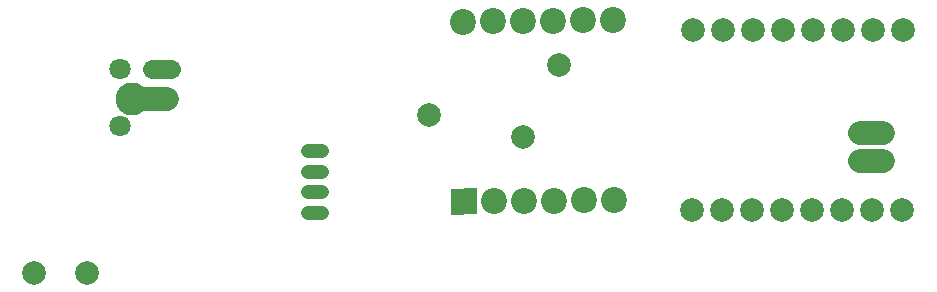
<source format=gbr>
%FSLAX34Y34*%
%MOMM*%
%LNSOLDERMASK_TOP*%
G71*
G01*
%ADD10C,1.200*%
%ADD11C,2.200*%
%ADD12C,2.000*%
%ADD13C,2.000*%
%ADD14C,2.800*%
%ADD15C,1.600*%
%ADD16C,2.000*%
%ADD17C,1.800*%
%LPD*%
G54D10*
X266500Y118500D02*
X278500Y118500D01*
G54D10*
X266500Y101000D02*
X278500Y101000D01*
G54D10*
X266500Y83500D02*
X278500Y83500D01*
G54D10*
X266500Y66000D02*
X278500Y66000D01*
G36*
X387991Y86625D02*
X409991Y86817D01*
X410183Y64818D01*
X388183Y64626D01*
X387991Y86625D01*
G37*
X424486Y75943D02*
G54D11*
D03*
X449885Y76165D02*
G54D11*
D03*
X475284Y76387D02*
G54D11*
D03*
X500683Y76608D02*
G54D11*
D03*
X526082Y76830D02*
G54D11*
D03*
X524752Y229224D02*
G54D11*
D03*
X499353Y229002D02*
G54D11*
D03*
X473954Y228781D02*
G54D11*
D03*
X448555Y228559D02*
G54D11*
D03*
X423156Y228338D02*
G54D11*
D03*
X397757Y228116D02*
G54D11*
D03*
X770691Y220902D02*
G54D12*
D03*
X745291Y220880D02*
G54D12*
D03*
X719891Y220858D02*
G54D12*
D03*
X669091Y220813D02*
G54D12*
D03*
X643692Y220791D02*
G54D12*
D03*
X618291Y220769D02*
G54D12*
D03*
X592892Y220747D02*
G54D12*
D03*
X694492Y220836D02*
G54D12*
D03*
X769494Y68507D02*
G54D12*
D03*
X744094Y68485D02*
G54D12*
D03*
X718695Y68462D02*
G54D12*
D03*
X667895Y68418D02*
G54D12*
D03*
X642494Y68396D02*
G54D12*
D03*
X617094Y68374D02*
G54D12*
D03*
X591694Y68352D02*
G54D12*
D03*
X693295Y68440D02*
G54D12*
D03*
G54D13*
X734000Y110000D02*
X754000Y110000D01*
G54D13*
X734000Y134000D02*
X754000Y134000D01*
X479000Y191000D02*
G54D12*
D03*
X449000Y130000D02*
G54D12*
D03*
X369000Y149000D02*
G54D12*
D03*
X117500Y162500D02*
G54D14*
D03*
G54D13*
X127500Y162500D02*
X147500Y162500D01*
G54D15*
X134500Y187500D02*
X150500Y187500D01*
X35000Y15000D02*
G54D16*
D03*
X80000Y15000D02*
G54D16*
D03*
X107500Y187500D02*
G54D17*
D03*
X107500Y140000D02*
G54D17*
D03*
M02*

</source>
